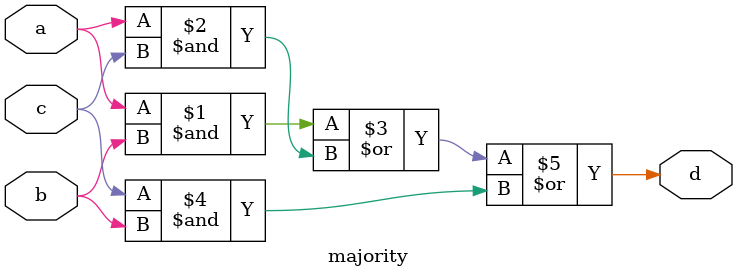
<source format=v>
module and2(input a,b, output c);
  assign c = (a&b);
endmodule

module or2(input a,b, output c);
  assign c = (a|b);
endmodule

module xor2(input a,b, output c);
  assign c = (a^b);
endmodule

module majority(input a,b,c, output d);
  assign d = (a&b)|(a&c)|(c&b);
endmodule

</source>
